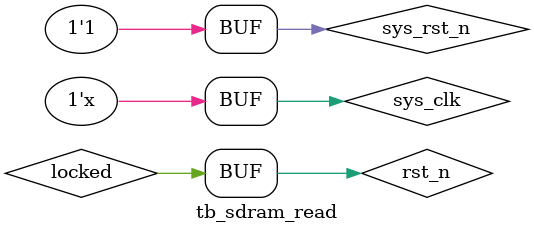
<source format=v>
`timescale 1ns/1ns

module tb_sdram_read();


reg             sys_clk     ; // 50MHz clk
reg             sys_rst_n   ;

wire    [3:0]   init_cmd    ;
wire    [1:0]   init_ba     ;
wire    [12:0]  init_addr   ;
wire            init_end    ;
wire            locked      ;
wire            clk_50m     ;
wire            clk_100m    ;
wire            clk_100m_p  ;//phase shifted
wire            rst_n       ;
//
wire            wr_ack          ;
wire            wr_end          ;
wire    [3:0]   wr_cmd          ;
wire    [1:0]   wr_ba           ;
wire    [12:0]  wr_sdram_addr   ;
wire            sdram_en        ;
wire    [15:0]  wr_sdram_data   ;

reg             wr_en           ;
reg     [15:0]  wr_data_in      ;
//
wire            rd_ack          ;
wire            rd_end          ;
wire    [3:0]   rd_cmd          ;
wire    [1:0]   rd_ba           ;
wire    [12:0]  rd_sdram_addr   ;
wire    [15:0]  rd_sdram_data   ;

reg             rd_en           ;
//
wire    [3:0]   w_r_cmd       ;// tb using to judge which value should transfer to sdram.
wire    [1:0]   w_r_ba        ;// tb using to judge which value should transfer to sdram.
wire    [12:0]  w_r_addr      ;// tb using to judge which value should transfer to sdram.

wire    [3:0]   sdram_cmd       ;// tb using to judge which value should transfer to sdram.
wire    [1:0]   sdram_ba        ;// tb using to judge which value should transfer to sdram.
wire    [12:0]  sdram_addr      ;// tb using to judge which value should transfer to sdram.
wire    [15:0]  sdram_data      ;// tb using to judge which value should transfer to sdram.

//
reg            wr_rd_arbit;

assign w_r_cmd    = (rd_en == 1'b1)   ?   rd_cmd : wr_cmd;
assign w_r_ba     = (rd_en == 1'b1)   ?   rd_ba : wr_ba;
assign w_r_addr   = (rd_en == 1'b1)   ?   rd_sdram_addr : wr_sdram_addr;

assign sdram_cmd  = (init_end == 1'b1) ? w_r_cmd : init_cmd;
assign sdram_ba   = (init_end == 1'b1) ? w_r_ba : init_ba;
assign sdram_addr = (init_end == 1'b1) ? w_r_addr : init_addr;
assign sdram_data = (sdram_en == 1'b1) ? wr_sdram_data : 16'hzzzz;

assign rst_n = (sys_rst_n & locked);

initial
    begin
        sys_clk = 1'b1;
        sys_rst_n <= 1'b0;
        #30
        sys_rst_n <= 1'b1;
    end

defparam    sdram_model_plus_inst.addr_bits = 13;
defparam    sdram_model_plus_inst.data_bits = 16;
defparam    sdram_model_plus_inst.col_bits  = 9 ;
defparam    sdram_model_plus_inst.mem_sizes = 2*1024*1024;

always #10 sys_clk = ~sys_clk;

always@(posedge clk_100m or negedge rst_n)
    if(rst_n == 1'b0)
        wr_en <= 1'b0;
    else if(wr_end == 1'b1)
        wr_en <= 1'b0;
    else if(init_end == 1'b1 && wr_rd_arbit == 1'b0 && rd_en == 1'b0)
        wr_en <= 1'b1;

always@(posedge clk_100m or negedge rst_n)
    if(rst_n == 1'b0)
        rd_en <= 1'b0;
    else if(rd_end == 1'b1)
        rd_en <= 1'b0;
    else if(init_end == 1'b1 && wr_rd_arbit == 1'b1 && wr_en == 1'b0)
        rd_en <= 1'b1;

always@(posedge clk_100m or negedge rst_n)
    if(rst_n == 1'b0)
        wr_data_in <= 16'd0;
    else if(wr_data_in == 16'd10)
        wr_data_in <= 16'd0;
    else if(wr_ack == 1'b1)
        wr_data_in <= wr_data_in + 1'b1;

always@(posedge clk_100m or negedge rst_n)
    if(rst_n == 1'b0)
        wr_rd_arbit <= 1'b0;
    else if(init_end == 1'b1 && wr_en == 1'b0 && rd_en == 1'b0)
        wr_rd_arbit <= ~wr_rd_arbit;

sdram_init  sdram_init_inst
(
    .sys_clk     (clk_100m  ), // 100MHz clk
    .sys_rst_n   (rst_n     ),
                  
    .init_cmd    (init_cmd  ),
    .init_ba     (init_ba   ),
    .init_addr   (init_addr ),
    .init_end    (init_end  )
);

sdram_write sdram_write_inst
(
    .sys_clk         (clk_100m  ),
    .sys_rst_n       (rst_n     ),
    .init_end        (init_end  ),
    .wr_en           (wr_en     ),
    .wr_addr         (24'h000_000),
    .wr_data         (wr_data_in),
    .wr_burst_len    (10'd10    ), // columns is 9 bit width = 512 data, but 9'b1_1111_1111 = 'd511 so that 'd512 needs 10 bits width.
    
    .wr_ack          (wr_ack       ), // using to fifo_read_en
    .wr_end          (wr_end       ),
    .wr_cmd          (wr_cmd       ),
    .wr_ba           (wr_ba        ),
    .wr_sdram_addr   (wr_sdram_addr),
    .sdram_en        (sdram_en     ), // control sdram_arbit dq being output.
    .wr_sdram_data   (wr_sdram_data) // assign wr_data and transfer to sdram_arbit.
);

sdram_read  sdram_read_inst
(
    .sys_clk         (clk_100m  ),
    .sys_rst_n       (rst_n     ),
    .init_end        (init_end  ),
    .rd_en           (rd_en     ),
    .rd_addr         (24'h000_000),
    .rd_data         (sdram_data),
    .rd_burst_len    (10'd10    ), // columns is 9 bit width = 512 data, but 9'b1_1111_1111 = 'd511 so that 'd512 needs 10 bits width.
    
    .rd_ack          (rd_ack       ), // using to fifo_wirte_en
    .rd_end          (rd_end       ),
    .rd_cmd          (rd_cmd       ),
    .rd_ba           (rd_ba        ),
    .rd_sdram_addr   (rd_sdram_addr),
    .rd_sdram_data   (rd_sdram_data)
);

sdram_model_plus    sdram_model_plus_inst
(
    .Dq      (sdram_data ), 
    .Addr    (sdram_addr ), 
    .Ba      (sdram_ba   ), 
    .Clk     (clk_100m_p ), 
    .Cke     (1'b1       ), 
    .Cs_n    (sdram_cmd[3]), 
    .Ras_n   (sdram_cmd[2]), 
    .Cas_n   (sdram_cmd[1]), 
    .We_n    (sdram_cmd[0]), 
    .Dqm     (2'b00      ),
    .Debug   (1'b1       )
    );

clk_gen clk_gen_inst 
(
    .areset ( ~sys_rst_n    ),
    .inclk0 ( sys_clk       ),
    .c0     ( clk_50m       ),
    .c1     ( clk_100m      ),
    .c2     ( clk_100m_p    ),
    .locked ( locked        )
    );


endmodule
</source>
